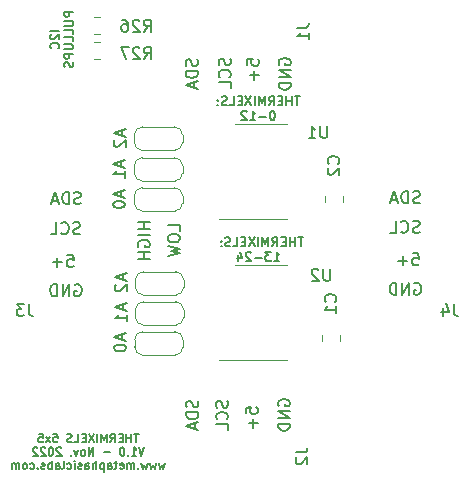
<source format=gbr>
%TF.GenerationSoftware,KiCad,Pcbnew,(6.0.1)*%
%TF.CreationDate,2022-11-17T20:37:07-05:00*%
%TF.ProjectId,ThermixelGrid,54686572-6d69-4786-956c-477269642e6b,rev?*%
%TF.SameCoordinates,Original*%
%TF.FileFunction,Legend,Bot*%
%TF.FilePolarity,Positive*%
%FSLAX46Y46*%
G04 Gerber Fmt 4.6, Leading zero omitted, Abs format (unit mm)*
G04 Created by KiCad (PCBNEW (6.0.1)) date 2022-11-17 20:37:07*
%MOMM*%
%LPD*%
G01*
G04 APERTURE LIST*
%ADD10C,0.150000*%
%ADD11C,0.120000*%
G04 APERTURE END LIST*
D10*
X5630952Y-20952380D02*
X6107142Y-20952380D01*
X6154761Y-21428571D01*
X6107142Y-21380952D01*
X6011904Y-21333333D01*
X5773809Y-21333333D01*
X5678571Y-21380952D01*
X5630952Y-21428571D01*
X5583333Y-21523809D01*
X5583333Y-21761904D01*
X5630952Y-21857142D01*
X5678571Y-21904761D01*
X5773809Y-21952380D01*
X6011904Y-21952380D01*
X6107142Y-21904761D01*
X6154761Y-21857142D01*
X5154761Y-21571428D02*
X4392857Y-21571428D01*
X4773809Y-21952380D02*
X4773809Y-21190476D01*
X19390761Y-4333523D02*
X19438380Y-4476380D01*
X19438380Y-4714476D01*
X19390761Y-4809714D01*
X19343142Y-4857333D01*
X19247904Y-4904952D01*
X19152666Y-4904952D01*
X19057428Y-4857333D01*
X19009809Y-4809714D01*
X18962190Y-4714476D01*
X18914571Y-4524000D01*
X18866952Y-4428761D01*
X18819333Y-4381142D01*
X18724095Y-4333523D01*
X18628857Y-4333523D01*
X18533619Y-4381142D01*
X18486000Y-4428761D01*
X18438380Y-4524000D01*
X18438380Y-4762095D01*
X18486000Y-4904952D01*
X19343142Y-5904952D02*
X19390761Y-5857333D01*
X19438380Y-5714476D01*
X19438380Y-5619238D01*
X19390761Y-5476380D01*
X19295523Y-5381142D01*
X19200285Y-5333523D01*
X19009809Y-5285904D01*
X18866952Y-5285904D01*
X18676476Y-5333523D01*
X18581238Y-5381142D01*
X18486000Y-5476380D01*
X18438380Y-5619238D01*
X18438380Y-5714476D01*
X18486000Y-5857333D01*
X18533619Y-5904952D01*
X19438380Y-6809714D02*
X19438380Y-6333523D01*
X18438380Y-6333523D01*
X20827380Y-4889047D02*
X20827380Y-4412857D01*
X21303571Y-4365238D01*
X21255952Y-4412857D01*
X21208333Y-4508095D01*
X21208333Y-4746190D01*
X21255952Y-4841428D01*
X21303571Y-4889047D01*
X21398809Y-4936666D01*
X21636904Y-4936666D01*
X21732142Y-4889047D01*
X21779761Y-4841428D01*
X21827380Y-4746190D01*
X21827380Y-4508095D01*
X21779761Y-4412857D01*
X21732142Y-4365238D01*
X21446428Y-5365238D02*
X21446428Y-6127142D01*
X21827380Y-5746190D02*
X21065476Y-5746190D01*
X16596761Y-4410714D02*
X16644380Y-4553571D01*
X16644380Y-4791666D01*
X16596761Y-4886904D01*
X16549142Y-4934523D01*
X16453904Y-4982142D01*
X16358666Y-4982142D01*
X16263428Y-4934523D01*
X16215809Y-4886904D01*
X16168190Y-4791666D01*
X16120571Y-4601190D01*
X16072952Y-4505952D01*
X16025333Y-4458333D01*
X15930095Y-4410714D01*
X15834857Y-4410714D01*
X15739619Y-4458333D01*
X15692000Y-4505952D01*
X15644380Y-4601190D01*
X15644380Y-4839285D01*
X15692000Y-4982142D01*
X16644380Y-5410714D02*
X15644380Y-5410714D01*
X15644380Y-5648809D01*
X15692000Y-5791666D01*
X15787238Y-5886904D01*
X15882476Y-5934523D01*
X16072952Y-5982142D01*
X16215809Y-5982142D01*
X16406285Y-5934523D01*
X16501523Y-5886904D01*
X16596761Y-5791666D01*
X16644380Y-5648809D01*
X16644380Y-5410714D01*
X16358666Y-6363095D02*
X16358666Y-6839285D01*
X16644380Y-6267857D02*
X15644380Y-6601190D01*
X16644380Y-6934523D01*
X23566000Y-4863095D02*
X23518380Y-4767857D01*
X23518380Y-4625000D01*
X23566000Y-4482142D01*
X23661238Y-4386904D01*
X23756476Y-4339285D01*
X23946952Y-4291666D01*
X24089809Y-4291666D01*
X24280285Y-4339285D01*
X24375523Y-4386904D01*
X24470761Y-4482142D01*
X24518380Y-4625000D01*
X24518380Y-4720238D01*
X24470761Y-4863095D01*
X24423142Y-4910714D01*
X24089809Y-4910714D01*
X24089809Y-4720238D01*
X24518380Y-5339285D02*
X23518380Y-5339285D01*
X24518380Y-5910714D01*
X23518380Y-5910714D01*
X24518380Y-6386904D02*
X23518380Y-6386904D01*
X23518380Y-6625000D01*
X23566000Y-6767857D01*
X23661238Y-6863095D01*
X23756476Y-6910714D01*
X23946952Y-6958333D01*
X24089809Y-6958333D01*
X24280285Y-6910714D01*
X24375523Y-6863095D01*
X24470761Y-6767857D01*
X24518380Y-6625000D01*
X24518380Y-6386904D01*
X12593580Y-18213580D02*
X11593580Y-18213580D01*
X12069771Y-18213580D02*
X12069771Y-18785009D01*
X12593580Y-18785009D02*
X11593580Y-18785009D01*
X12593580Y-19261200D02*
X11593580Y-19261200D01*
X11641200Y-20261200D02*
X11593580Y-20165961D01*
X11593580Y-20023104D01*
X11641200Y-19880247D01*
X11736438Y-19785009D01*
X11831676Y-19737390D01*
X12022152Y-19689771D01*
X12165009Y-19689771D01*
X12355485Y-19737390D01*
X12450723Y-19785009D01*
X12545961Y-19880247D01*
X12593580Y-20023104D01*
X12593580Y-20118342D01*
X12545961Y-20261200D01*
X12498342Y-20308819D01*
X12165009Y-20308819D01*
X12165009Y-20118342D01*
X12593580Y-20737390D02*
X11593580Y-20737390D01*
X12069771Y-20737390D02*
X12069771Y-21308819D01*
X12593580Y-21308819D02*
X11593580Y-21308819D01*
X4917135Y-1960257D02*
X4167135Y-1960257D01*
X4238564Y-2281685D02*
X4202850Y-2317400D01*
X4167135Y-2388828D01*
X4167135Y-2567400D01*
X4202850Y-2638828D01*
X4238564Y-2674542D01*
X4309992Y-2710257D01*
X4381421Y-2710257D01*
X4488564Y-2674542D01*
X4917135Y-2245971D01*
X4917135Y-2710257D01*
X4845707Y-3460257D02*
X4881421Y-3424542D01*
X4917135Y-3317399D01*
X4917135Y-3245971D01*
X4881421Y-3138828D01*
X4809992Y-3067400D01*
X4738564Y-3031685D01*
X4595707Y-2995971D01*
X4488564Y-2995971D01*
X4345707Y-3031685D01*
X4274278Y-3067400D01*
X4202850Y-3138828D01*
X4167135Y-3245971D01*
X4167135Y-3317399D01*
X4202850Y-3424542D01*
X4238564Y-3460257D01*
X6124635Y-370971D02*
X5374635Y-370971D01*
X5374635Y-656685D01*
X5410350Y-728114D01*
X5446064Y-763828D01*
X5517492Y-799542D01*
X5624635Y-799542D01*
X5696064Y-763828D01*
X5731778Y-728114D01*
X5767492Y-656685D01*
X5767492Y-370971D01*
X5374635Y-1120971D02*
X5981778Y-1120971D01*
X6053207Y-1156685D01*
X6088921Y-1192400D01*
X6124635Y-1263828D01*
X6124635Y-1406685D01*
X6088921Y-1478114D01*
X6053207Y-1513828D01*
X5981778Y-1549542D01*
X5374635Y-1549542D01*
X6124635Y-2263828D02*
X6124635Y-1906685D01*
X5374635Y-1906685D01*
X6124635Y-2870971D02*
X6124635Y-2513828D01*
X5374635Y-2513828D01*
X5374635Y-3120971D02*
X5981778Y-3120971D01*
X6053207Y-3156685D01*
X6088921Y-3192400D01*
X6124635Y-3263828D01*
X6124635Y-3406685D01*
X6088921Y-3478114D01*
X6053207Y-3513828D01*
X5981778Y-3549542D01*
X5374635Y-3549542D01*
X6124635Y-3906685D02*
X5374635Y-3906685D01*
X5374635Y-4192400D01*
X5410350Y-4263828D01*
X5446064Y-4299542D01*
X5517492Y-4335257D01*
X5624635Y-4335257D01*
X5696064Y-4299542D01*
X5731778Y-4263828D01*
X5767492Y-4192400D01*
X5767492Y-3906685D01*
X6088921Y-4620971D02*
X6124635Y-4728114D01*
X6124635Y-4906685D01*
X6088921Y-4978114D01*
X6053207Y-5013828D01*
X5981778Y-5049542D01*
X5910350Y-5049542D01*
X5838921Y-5013828D01*
X5803207Y-4978114D01*
X5767492Y-4906685D01*
X5731778Y-4763828D01*
X5696064Y-4692400D01*
X5660350Y-4656685D01*
X5588921Y-4620971D01*
X5517492Y-4620971D01*
X5446064Y-4656685D01*
X5410350Y-4692400D01*
X5374635Y-4763828D01*
X5374635Y-4942400D01*
X5410350Y-5049542D01*
X11658333Y-36114666D02*
X11258333Y-36114666D01*
X11458333Y-36814666D02*
X11458333Y-36114666D01*
X11025000Y-36814666D02*
X11025000Y-36114666D01*
X11025000Y-36448000D02*
X10625000Y-36448000D01*
X10625000Y-36814666D02*
X10625000Y-36114666D01*
X10291666Y-36448000D02*
X10058333Y-36448000D01*
X9958333Y-36814666D02*
X10291666Y-36814666D01*
X10291666Y-36114666D01*
X9958333Y-36114666D01*
X9258333Y-36814666D02*
X9491666Y-36481333D01*
X9658333Y-36814666D02*
X9658333Y-36114666D01*
X9391666Y-36114666D01*
X9325000Y-36148000D01*
X9291666Y-36181333D01*
X9258333Y-36248000D01*
X9258333Y-36348000D01*
X9291666Y-36414666D01*
X9325000Y-36448000D01*
X9391666Y-36481333D01*
X9658333Y-36481333D01*
X8958333Y-36814666D02*
X8958333Y-36114666D01*
X8725000Y-36614666D01*
X8491666Y-36114666D01*
X8491666Y-36814666D01*
X8158333Y-36814666D02*
X8158333Y-36114666D01*
X7891666Y-36114666D02*
X7425000Y-36814666D01*
X7425000Y-36114666D02*
X7891666Y-36814666D01*
X7158333Y-36448000D02*
X6925000Y-36448000D01*
X6825000Y-36814666D02*
X7158333Y-36814666D01*
X7158333Y-36114666D01*
X6825000Y-36114666D01*
X6191666Y-36814666D02*
X6525000Y-36814666D01*
X6525000Y-36114666D01*
X5991666Y-36781333D02*
X5891666Y-36814666D01*
X5725000Y-36814666D01*
X5658333Y-36781333D01*
X5625000Y-36748000D01*
X5591666Y-36681333D01*
X5591666Y-36614666D01*
X5625000Y-36548000D01*
X5658333Y-36514666D01*
X5725000Y-36481333D01*
X5858333Y-36448000D01*
X5925000Y-36414666D01*
X5958333Y-36381333D01*
X5991666Y-36314666D01*
X5991666Y-36248000D01*
X5958333Y-36181333D01*
X5925000Y-36148000D01*
X5858333Y-36114666D01*
X5691666Y-36114666D01*
X5591666Y-36148000D01*
X4425000Y-36114666D02*
X4758333Y-36114666D01*
X4791666Y-36448000D01*
X4758333Y-36414666D01*
X4691666Y-36381333D01*
X4525000Y-36381333D01*
X4458333Y-36414666D01*
X4425000Y-36448000D01*
X4391666Y-36514666D01*
X4391666Y-36681333D01*
X4425000Y-36748000D01*
X4458333Y-36781333D01*
X4525000Y-36814666D01*
X4691666Y-36814666D01*
X4758333Y-36781333D01*
X4791666Y-36748000D01*
X4158333Y-36814666D02*
X3791666Y-36348000D01*
X4158333Y-36348000D02*
X3791666Y-36814666D01*
X3191666Y-36114666D02*
X3525000Y-36114666D01*
X3558333Y-36448000D01*
X3525000Y-36414666D01*
X3458333Y-36381333D01*
X3291666Y-36381333D01*
X3225000Y-36414666D01*
X3191666Y-36448000D01*
X3158333Y-36514666D01*
X3158333Y-36681333D01*
X3191666Y-36748000D01*
X3225000Y-36781333D01*
X3291666Y-36814666D01*
X3458333Y-36814666D01*
X3525000Y-36781333D01*
X3558333Y-36748000D01*
X12125000Y-37241666D02*
X11891666Y-37941666D01*
X11658333Y-37241666D01*
X11058333Y-37941666D02*
X11458333Y-37941666D01*
X11258333Y-37941666D02*
X11258333Y-37241666D01*
X11325000Y-37341666D01*
X11391666Y-37408333D01*
X11458333Y-37441666D01*
X10758333Y-37875000D02*
X10725000Y-37908333D01*
X10758333Y-37941666D01*
X10791666Y-37908333D01*
X10758333Y-37875000D01*
X10758333Y-37941666D01*
X10291666Y-37241666D02*
X10225000Y-37241666D01*
X10158333Y-37275000D01*
X10125000Y-37308333D01*
X10091666Y-37375000D01*
X10058333Y-37508333D01*
X10058333Y-37675000D01*
X10091666Y-37808333D01*
X10125000Y-37875000D01*
X10158333Y-37908333D01*
X10225000Y-37941666D01*
X10291666Y-37941666D01*
X10358333Y-37908333D01*
X10391666Y-37875000D01*
X10425000Y-37808333D01*
X10458333Y-37675000D01*
X10458333Y-37508333D01*
X10425000Y-37375000D01*
X10391666Y-37308333D01*
X10358333Y-37275000D01*
X10291666Y-37241666D01*
X9225000Y-37675000D02*
X8691666Y-37675000D01*
X7825000Y-37941666D02*
X7825000Y-37241666D01*
X7425000Y-37941666D01*
X7425000Y-37241666D01*
X6991666Y-37941666D02*
X7058333Y-37908333D01*
X7091666Y-37875000D01*
X7125000Y-37808333D01*
X7125000Y-37608333D01*
X7091666Y-37541666D01*
X7058333Y-37508333D01*
X6991666Y-37475000D01*
X6891666Y-37475000D01*
X6825000Y-37508333D01*
X6791666Y-37541666D01*
X6758333Y-37608333D01*
X6758333Y-37808333D01*
X6791666Y-37875000D01*
X6825000Y-37908333D01*
X6891666Y-37941666D01*
X6991666Y-37941666D01*
X6525000Y-37475000D02*
X6358333Y-37941666D01*
X6191666Y-37475000D01*
X5925000Y-37875000D02*
X5891666Y-37908333D01*
X5925000Y-37941666D01*
X5958333Y-37908333D01*
X5925000Y-37875000D01*
X5925000Y-37941666D01*
X5091666Y-37308333D02*
X5058333Y-37275000D01*
X4991666Y-37241666D01*
X4825000Y-37241666D01*
X4758333Y-37275000D01*
X4725000Y-37308333D01*
X4691666Y-37375000D01*
X4691666Y-37441666D01*
X4725000Y-37541666D01*
X5125000Y-37941666D01*
X4691666Y-37941666D01*
X4258333Y-37241666D02*
X4191666Y-37241666D01*
X4125000Y-37275000D01*
X4091666Y-37308333D01*
X4058333Y-37375000D01*
X4025000Y-37508333D01*
X4025000Y-37675000D01*
X4058333Y-37808333D01*
X4091666Y-37875000D01*
X4125000Y-37908333D01*
X4191666Y-37941666D01*
X4258333Y-37941666D01*
X4325000Y-37908333D01*
X4358333Y-37875000D01*
X4391666Y-37808333D01*
X4425000Y-37675000D01*
X4425000Y-37508333D01*
X4391666Y-37375000D01*
X4358333Y-37308333D01*
X4325000Y-37275000D01*
X4258333Y-37241666D01*
X3758333Y-37308333D02*
X3725000Y-37275000D01*
X3658333Y-37241666D01*
X3491666Y-37241666D01*
X3425000Y-37275000D01*
X3391666Y-37308333D01*
X3358333Y-37375000D01*
X3358333Y-37441666D01*
X3391666Y-37541666D01*
X3791666Y-37941666D01*
X3358333Y-37941666D01*
X3091666Y-37308333D02*
X3058333Y-37275000D01*
X2991666Y-37241666D01*
X2825000Y-37241666D01*
X2758333Y-37275000D01*
X2725000Y-37308333D01*
X2691666Y-37375000D01*
X2691666Y-37441666D01*
X2725000Y-37541666D01*
X3125000Y-37941666D01*
X2691666Y-37941666D01*
X13875000Y-38602000D02*
X13741666Y-39068666D01*
X13608333Y-38735333D01*
X13475000Y-39068666D01*
X13341666Y-38602000D01*
X13141666Y-38602000D02*
X13008333Y-39068666D01*
X12875000Y-38735333D01*
X12741666Y-39068666D01*
X12608333Y-38602000D01*
X12408333Y-38602000D02*
X12274999Y-39068666D01*
X12141666Y-38735333D01*
X12008333Y-39068666D01*
X11874999Y-38602000D01*
X11608333Y-39002000D02*
X11574999Y-39035333D01*
X11608333Y-39068666D01*
X11641666Y-39035333D01*
X11608333Y-39002000D01*
X11608333Y-39068666D01*
X11274999Y-39068666D02*
X11274999Y-38602000D01*
X11274999Y-38668666D02*
X11241666Y-38635333D01*
X11174999Y-38602000D01*
X11074999Y-38602000D01*
X11008333Y-38635333D01*
X10974999Y-38702000D01*
X10974999Y-39068666D01*
X10974999Y-38702000D02*
X10941666Y-38635333D01*
X10874999Y-38602000D01*
X10774999Y-38602000D01*
X10708333Y-38635333D01*
X10674999Y-38702000D01*
X10674999Y-39068666D01*
X10074999Y-39035333D02*
X10141666Y-39068666D01*
X10274999Y-39068666D01*
X10341666Y-39035333D01*
X10374999Y-38968666D01*
X10374999Y-38702000D01*
X10341666Y-38635333D01*
X10274999Y-38602000D01*
X10141666Y-38602000D01*
X10074999Y-38635333D01*
X10041666Y-38702000D01*
X10041666Y-38768666D01*
X10374999Y-38835333D01*
X9841666Y-38602000D02*
X9574999Y-38602000D01*
X9741666Y-38368666D02*
X9741666Y-38968666D01*
X9708333Y-39035333D01*
X9641666Y-39068666D01*
X9574999Y-39068666D01*
X9041666Y-39068666D02*
X9041666Y-38702000D01*
X9074999Y-38635333D01*
X9141666Y-38602000D01*
X9274999Y-38602000D01*
X9341666Y-38635333D01*
X9041666Y-39035333D02*
X9108333Y-39068666D01*
X9274999Y-39068666D01*
X9341666Y-39035333D01*
X9374999Y-38968666D01*
X9374999Y-38902000D01*
X9341666Y-38835333D01*
X9274999Y-38802000D01*
X9108333Y-38802000D01*
X9041666Y-38768666D01*
X8708333Y-38602000D02*
X8708333Y-39302000D01*
X8708333Y-38635333D02*
X8641666Y-38602000D01*
X8508333Y-38602000D01*
X8441666Y-38635333D01*
X8408333Y-38668666D01*
X8374999Y-38735333D01*
X8374999Y-38935333D01*
X8408333Y-39002000D01*
X8441666Y-39035333D01*
X8508333Y-39068666D01*
X8641666Y-39068666D01*
X8708333Y-39035333D01*
X8074999Y-39068666D02*
X8074999Y-38368666D01*
X7774999Y-39068666D02*
X7774999Y-38702000D01*
X7808333Y-38635333D01*
X7874999Y-38602000D01*
X7974999Y-38602000D01*
X8041666Y-38635333D01*
X8074999Y-38668666D01*
X7141666Y-39068666D02*
X7141666Y-38702000D01*
X7174999Y-38635333D01*
X7241666Y-38602000D01*
X7374999Y-38602000D01*
X7441666Y-38635333D01*
X7141666Y-39035333D02*
X7208333Y-39068666D01*
X7374999Y-39068666D01*
X7441666Y-39035333D01*
X7474999Y-38968666D01*
X7474999Y-38902000D01*
X7441666Y-38835333D01*
X7374999Y-38802000D01*
X7208333Y-38802000D01*
X7141666Y-38768666D01*
X6841666Y-39035333D02*
X6774999Y-39068666D01*
X6641666Y-39068666D01*
X6574999Y-39035333D01*
X6541666Y-38968666D01*
X6541666Y-38935333D01*
X6574999Y-38868666D01*
X6641666Y-38835333D01*
X6741666Y-38835333D01*
X6808333Y-38802000D01*
X6841666Y-38735333D01*
X6841666Y-38702000D01*
X6808333Y-38635333D01*
X6741666Y-38602000D01*
X6641666Y-38602000D01*
X6574999Y-38635333D01*
X6241666Y-39068666D02*
X6241666Y-38602000D01*
X6241666Y-38368666D02*
X6274999Y-38402000D01*
X6241666Y-38435333D01*
X6208333Y-38402000D01*
X6241666Y-38368666D01*
X6241666Y-38435333D01*
X5608333Y-39035333D02*
X5674999Y-39068666D01*
X5808333Y-39068666D01*
X5874999Y-39035333D01*
X5908333Y-39002000D01*
X5941666Y-38935333D01*
X5941666Y-38735333D01*
X5908333Y-38668666D01*
X5874999Y-38635333D01*
X5808333Y-38602000D01*
X5674999Y-38602000D01*
X5608333Y-38635333D01*
X5208333Y-39068666D02*
X5274999Y-39035333D01*
X5308333Y-38968666D01*
X5308333Y-38368666D01*
X4641666Y-39068666D02*
X4641666Y-38702000D01*
X4674999Y-38635333D01*
X4741666Y-38602000D01*
X4874999Y-38602000D01*
X4941666Y-38635333D01*
X4641666Y-39035333D02*
X4708333Y-39068666D01*
X4874999Y-39068666D01*
X4941666Y-39035333D01*
X4974999Y-38968666D01*
X4974999Y-38902000D01*
X4941666Y-38835333D01*
X4874999Y-38802000D01*
X4708333Y-38802000D01*
X4641666Y-38768666D01*
X4308333Y-39068666D02*
X4308333Y-38368666D01*
X4308333Y-38635333D02*
X4241666Y-38602000D01*
X4108333Y-38602000D01*
X4041666Y-38635333D01*
X4008333Y-38668666D01*
X3974999Y-38735333D01*
X3974999Y-38935333D01*
X4008333Y-39002000D01*
X4041666Y-39035333D01*
X4108333Y-39068666D01*
X4241666Y-39068666D01*
X4308333Y-39035333D01*
X3708333Y-39035333D02*
X3641666Y-39068666D01*
X3508333Y-39068666D01*
X3441666Y-39035333D01*
X3408333Y-38968666D01*
X3408333Y-38935333D01*
X3441666Y-38868666D01*
X3508333Y-38835333D01*
X3608333Y-38835333D01*
X3674999Y-38802000D01*
X3708333Y-38735333D01*
X3708333Y-38702000D01*
X3674999Y-38635333D01*
X3608333Y-38602000D01*
X3508333Y-38602000D01*
X3441666Y-38635333D01*
X3108333Y-39002000D02*
X3074999Y-39035333D01*
X3108333Y-39068666D01*
X3141666Y-39035333D01*
X3108333Y-39002000D01*
X3108333Y-39068666D01*
X2474999Y-39035333D02*
X2541666Y-39068666D01*
X2674999Y-39068666D01*
X2741666Y-39035333D01*
X2774999Y-39002000D01*
X2808333Y-38935333D01*
X2808333Y-38735333D01*
X2774999Y-38668666D01*
X2741666Y-38635333D01*
X2674999Y-38602000D01*
X2541666Y-38602000D01*
X2474999Y-38635333D01*
X2074999Y-39068666D02*
X2141666Y-39035333D01*
X2174999Y-39002000D01*
X2208333Y-38935333D01*
X2208333Y-38735333D01*
X2174999Y-38668666D01*
X2141666Y-38635333D01*
X2074999Y-38602000D01*
X1974999Y-38602000D01*
X1908333Y-38635333D01*
X1874999Y-38668666D01*
X1841666Y-38735333D01*
X1841666Y-38935333D01*
X1874999Y-39002000D01*
X1908333Y-39035333D01*
X1974999Y-39068666D01*
X2074999Y-39068666D01*
X1541666Y-39068666D02*
X1541666Y-38602000D01*
X1541666Y-38668666D02*
X1508333Y-38635333D01*
X1441666Y-38602000D01*
X1341666Y-38602000D01*
X1274999Y-38635333D01*
X1241666Y-38702000D01*
X1241666Y-39068666D01*
X1241666Y-38702000D02*
X1208333Y-38635333D01*
X1141666Y-38602000D01*
X1041666Y-38602000D01*
X974999Y-38635333D01*
X941666Y-38702000D01*
X941666Y-39068666D01*
X35464285Y-16529761D02*
X35321428Y-16577380D01*
X35083333Y-16577380D01*
X34988095Y-16529761D01*
X34940476Y-16482142D01*
X34892857Y-16386904D01*
X34892857Y-16291666D01*
X34940476Y-16196428D01*
X34988095Y-16148809D01*
X35083333Y-16101190D01*
X35273809Y-16053571D01*
X35369047Y-16005952D01*
X35416666Y-15958333D01*
X35464285Y-15863095D01*
X35464285Y-15767857D01*
X35416666Y-15672619D01*
X35369047Y-15625000D01*
X35273809Y-15577380D01*
X35035714Y-15577380D01*
X34892857Y-15625000D01*
X34464285Y-16577380D02*
X34464285Y-15577380D01*
X34226190Y-15577380D01*
X34083333Y-15625000D01*
X33988095Y-15720238D01*
X33940476Y-15815476D01*
X33892857Y-16005952D01*
X33892857Y-16148809D01*
X33940476Y-16339285D01*
X33988095Y-16434523D01*
X34083333Y-16529761D01*
X34226190Y-16577380D01*
X34464285Y-16577380D01*
X33511904Y-16291666D02*
X33035714Y-16291666D01*
X33607142Y-16577380D02*
X33273809Y-15577380D01*
X32940476Y-16577380D01*
X23500000Y-33738095D02*
X23452380Y-33642857D01*
X23452380Y-33500000D01*
X23500000Y-33357142D01*
X23595238Y-33261904D01*
X23690476Y-33214285D01*
X23880952Y-33166666D01*
X24023809Y-33166666D01*
X24214285Y-33214285D01*
X24309523Y-33261904D01*
X24404761Y-33357142D01*
X24452380Y-33500000D01*
X24452380Y-33595238D01*
X24404761Y-33738095D01*
X24357142Y-33785714D01*
X24023809Y-33785714D01*
X24023809Y-33595238D01*
X24452380Y-34214285D02*
X23452380Y-34214285D01*
X24452380Y-34785714D01*
X23452380Y-34785714D01*
X24452380Y-35261904D02*
X23452380Y-35261904D01*
X23452380Y-35500000D01*
X23500000Y-35642857D01*
X23595238Y-35738095D01*
X23690476Y-35785714D01*
X23880952Y-35833333D01*
X24023809Y-35833333D01*
X24214285Y-35785714D01*
X24309523Y-35738095D01*
X24404761Y-35642857D01*
X24452380Y-35500000D01*
X24452380Y-35261904D01*
X35440476Y-19029761D02*
X35297619Y-19077380D01*
X35059523Y-19077380D01*
X34964285Y-19029761D01*
X34916666Y-18982142D01*
X34869047Y-18886904D01*
X34869047Y-18791666D01*
X34916666Y-18696428D01*
X34964285Y-18648809D01*
X35059523Y-18601190D01*
X35250000Y-18553571D01*
X35345238Y-18505952D01*
X35392857Y-18458333D01*
X35440476Y-18363095D01*
X35440476Y-18267857D01*
X35392857Y-18172619D01*
X35345238Y-18125000D01*
X35250000Y-18077380D01*
X35011904Y-18077380D01*
X34869047Y-18125000D01*
X33869047Y-18982142D02*
X33916666Y-19029761D01*
X34059523Y-19077380D01*
X34154761Y-19077380D01*
X34297619Y-19029761D01*
X34392857Y-18934523D01*
X34440476Y-18839285D01*
X34488095Y-18648809D01*
X34488095Y-18505952D01*
X34440476Y-18315476D01*
X34392857Y-18220238D01*
X34297619Y-18125000D01*
X34154761Y-18077380D01*
X34059523Y-18077380D01*
X33916666Y-18125000D01*
X33869047Y-18172619D01*
X32964285Y-19077380D02*
X33440476Y-19077380D01*
X33440476Y-18077380D01*
X6690476Y-19154761D02*
X6547619Y-19202380D01*
X6309523Y-19202380D01*
X6214285Y-19154761D01*
X6166666Y-19107142D01*
X6119047Y-19011904D01*
X6119047Y-18916666D01*
X6166666Y-18821428D01*
X6214285Y-18773809D01*
X6309523Y-18726190D01*
X6500000Y-18678571D01*
X6595238Y-18630952D01*
X6642857Y-18583333D01*
X6690476Y-18488095D01*
X6690476Y-18392857D01*
X6642857Y-18297619D01*
X6595238Y-18250000D01*
X6500000Y-18202380D01*
X6261904Y-18202380D01*
X6119047Y-18250000D01*
X5119047Y-19107142D02*
X5166666Y-19154761D01*
X5309523Y-19202380D01*
X5404761Y-19202380D01*
X5547619Y-19154761D01*
X5642857Y-19059523D01*
X5690476Y-18964285D01*
X5738095Y-18773809D01*
X5738095Y-18630952D01*
X5690476Y-18440476D01*
X5642857Y-18345238D01*
X5547619Y-18250000D01*
X5404761Y-18202380D01*
X5309523Y-18202380D01*
X5166666Y-18250000D01*
X5119047Y-18297619D01*
X4214285Y-19202380D02*
X4690476Y-19202380D01*
X4690476Y-18202380D01*
X19154761Y-33309523D02*
X19202380Y-33452380D01*
X19202380Y-33690476D01*
X19154761Y-33785714D01*
X19107142Y-33833333D01*
X19011904Y-33880952D01*
X18916666Y-33880952D01*
X18821428Y-33833333D01*
X18773809Y-33785714D01*
X18726190Y-33690476D01*
X18678571Y-33500000D01*
X18630952Y-33404761D01*
X18583333Y-33357142D01*
X18488095Y-33309523D01*
X18392857Y-33309523D01*
X18297619Y-33357142D01*
X18250000Y-33404761D01*
X18202380Y-33500000D01*
X18202380Y-33738095D01*
X18250000Y-33880952D01*
X19107142Y-34880952D02*
X19154761Y-34833333D01*
X19202380Y-34690476D01*
X19202380Y-34595238D01*
X19154761Y-34452380D01*
X19059523Y-34357142D01*
X18964285Y-34309523D01*
X18773809Y-34261904D01*
X18630952Y-34261904D01*
X18440476Y-34309523D01*
X18345238Y-34357142D01*
X18250000Y-34452380D01*
X18202380Y-34595238D01*
X18202380Y-34690476D01*
X18250000Y-34833333D01*
X18297619Y-34880952D01*
X19202380Y-35785714D02*
X19202380Y-35309523D01*
X18202380Y-35309523D01*
X6738285Y-16596761D02*
X6595428Y-16644380D01*
X6357333Y-16644380D01*
X6262095Y-16596761D01*
X6214476Y-16549142D01*
X6166857Y-16453904D01*
X6166857Y-16358666D01*
X6214476Y-16263428D01*
X6262095Y-16215809D01*
X6357333Y-16168190D01*
X6547809Y-16120571D01*
X6643047Y-16072952D01*
X6690666Y-16025333D01*
X6738285Y-15930095D01*
X6738285Y-15834857D01*
X6690666Y-15739619D01*
X6643047Y-15692000D01*
X6547809Y-15644380D01*
X6309714Y-15644380D01*
X6166857Y-15692000D01*
X5738285Y-16644380D02*
X5738285Y-15644380D01*
X5500190Y-15644380D01*
X5357333Y-15692000D01*
X5262095Y-15787238D01*
X5214476Y-15882476D01*
X5166857Y-16072952D01*
X5166857Y-16215809D01*
X5214476Y-16406285D01*
X5262095Y-16501523D01*
X5357333Y-16596761D01*
X5500190Y-16644380D01*
X5738285Y-16644380D01*
X4785904Y-16358666D02*
X4309714Y-16358666D01*
X4881142Y-16644380D02*
X4547809Y-15644380D01*
X4214476Y-16644380D01*
X34860952Y-20827380D02*
X35337142Y-20827380D01*
X35384761Y-21303571D01*
X35337142Y-21255952D01*
X35241904Y-21208333D01*
X35003809Y-21208333D01*
X34908571Y-21255952D01*
X34860952Y-21303571D01*
X34813333Y-21398809D01*
X34813333Y-21636904D01*
X34860952Y-21732142D01*
X34908571Y-21779761D01*
X35003809Y-21827380D01*
X35241904Y-21827380D01*
X35337142Y-21779761D01*
X35384761Y-21732142D01*
X34384761Y-21446428D02*
X33622857Y-21446428D01*
X34003809Y-21827380D02*
X34003809Y-21065476D01*
X15133580Y-18924685D02*
X15133580Y-18448495D01*
X14133580Y-18448495D01*
X14133580Y-19448495D02*
X14133580Y-19638971D01*
X14181200Y-19734209D01*
X14276438Y-19829447D01*
X14466914Y-19877066D01*
X14800247Y-19877066D01*
X14990723Y-19829447D01*
X15085961Y-19734209D01*
X15133580Y-19638971D01*
X15133580Y-19448495D01*
X15085961Y-19353257D01*
X14990723Y-19258019D01*
X14800247Y-19210400D01*
X14466914Y-19210400D01*
X14276438Y-19258019D01*
X14181200Y-19353257D01*
X14133580Y-19448495D01*
X14133580Y-20210400D02*
X15133580Y-20448495D01*
X14419295Y-20638971D01*
X15133580Y-20829447D01*
X14133580Y-21067542D01*
X20724380Y-34369047D02*
X20724380Y-33892857D01*
X21200571Y-33845238D01*
X21152952Y-33892857D01*
X21105333Y-33988095D01*
X21105333Y-34226190D01*
X21152952Y-34321428D01*
X21200571Y-34369047D01*
X21295809Y-34416666D01*
X21533904Y-34416666D01*
X21629142Y-34369047D01*
X21676761Y-34321428D01*
X21724380Y-34226190D01*
X21724380Y-33988095D01*
X21676761Y-33892857D01*
X21629142Y-33845238D01*
X21343428Y-34845238D02*
X21343428Y-35607142D01*
X21724380Y-35226190D02*
X20962476Y-35226190D01*
X25299714Y-7541304D02*
X24864285Y-7541304D01*
X25082000Y-8303304D02*
X25082000Y-7541304D01*
X24610285Y-8303304D02*
X24610285Y-7541304D01*
X24610285Y-7904161D02*
X24174857Y-7904161D01*
X24174857Y-8303304D02*
X24174857Y-7541304D01*
X23812000Y-7904161D02*
X23558000Y-7904161D01*
X23449142Y-8303304D02*
X23812000Y-8303304D01*
X23812000Y-7541304D01*
X23449142Y-7541304D01*
X22687142Y-8303304D02*
X22941142Y-7940447D01*
X23122571Y-8303304D02*
X23122571Y-7541304D01*
X22832285Y-7541304D01*
X22759714Y-7577590D01*
X22723428Y-7613875D01*
X22687142Y-7686447D01*
X22687142Y-7795304D01*
X22723428Y-7867875D01*
X22759714Y-7904161D01*
X22832285Y-7940447D01*
X23122571Y-7940447D01*
X22360571Y-8303304D02*
X22360571Y-7541304D01*
X22106571Y-8085590D01*
X21852571Y-7541304D01*
X21852571Y-8303304D01*
X21489714Y-8303304D02*
X21489714Y-7541304D01*
X21199428Y-7541304D02*
X20691428Y-8303304D01*
X20691428Y-7541304D02*
X21199428Y-8303304D01*
X20401142Y-7904161D02*
X20147142Y-7904161D01*
X20038285Y-8303304D02*
X20401142Y-8303304D01*
X20401142Y-7541304D01*
X20038285Y-7541304D01*
X19348857Y-8303304D02*
X19711714Y-8303304D01*
X19711714Y-7541304D01*
X19131142Y-8267018D02*
X19022285Y-8303304D01*
X18840857Y-8303304D01*
X18768285Y-8267018D01*
X18732000Y-8230732D01*
X18695714Y-8158161D01*
X18695714Y-8085590D01*
X18732000Y-8013018D01*
X18768285Y-7976732D01*
X18840857Y-7940447D01*
X18986000Y-7904161D01*
X19058571Y-7867875D01*
X19094857Y-7831590D01*
X19131142Y-7759018D01*
X19131142Y-7686447D01*
X19094857Y-7613875D01*
X19058571Y-7577590D01*
X18986000Y-7541304D01*
X18804571Y-7541304D01*
X18695714Y-7577590D01*
X18369142Y-8230732D02*
X18332857Y-8267018D01*
X18369142Y-8303304D01*
X18405428Y-8267018D01*
X18369142Y-8230732D01*
X18369142Y-8303304D01*
X18369142Y-7831590D02*
X18332857Y-7867875D01*
X18369142Y-7904161D01*
X18405428Y-7867875D01*
X18369142Y-7831590D01*
X18369142Y-7904161D01*
X23013714Y-8768124D02*
X22941142Y-8768124D01*
X22868571Y-8804410D01*
X22832285Y-8840695D01*
X22796000Y-8913267D01*
X22759714Y-9058410D01*
X22759714Y-9239838D01*
X22796000Y-9384981D01*
X22832285Y-9457552D01*
X22868571Y-9493838D01*
X22941142Y-9530124D01*
X23013714Y-9530124D01*
X23086285Y-9493838D01*
X23122571Y-9457552D01*
X23158857Y-9384981D01*
X23195142Y-9239838D01*
X23195142Y-9058410D01*
X23158857Y-8913267D01*
X23122571Y-8840695D01*
X23086285Y-8804410D01*
X23013714Y-8768124D01*
X22433142Y-9239838D02*
X21852571Y-9239838D01*
X21090571Y-9530124D02*
X21526000Y-9530124D01*
X21308285Y-9530124D02*
X21308285Y-8768124D01*
X21380857Y-8876981D01*
X21453428Y-8949552D01*
X21526000Y-8985838D01*
X20800285Y-8840695D02*
X20764000Y-8804410D01*
X20691428Y-8768124D01*
X20510000Y-8768124D01*
X20437428Y-8804410D01*
X20401142Y-8840695D01*
X20364857Y-8913267D01*
X20364857Y-8985838D01*
X20401142Y-9094695D01*
X20836571Y-9530124D01*
X20364857Y-9530124D01*
X25590000Y-19479304D02*
X25154571Y-19479304D01*
X25372285Y-20241304D02*
X25372285Y-19479304D01*
X24900571Y-20241304D02*
X24900571Y-19479304D01*
X24900571Y-19842161D02*
X24465142Y-19842161D01*
X24465142Y-20241304D02*
X24465142Y-19479304D01*
X24102285Y-19842161D02*
X23848285Y-19842161D01*
X23739428Y-20241304D02*
X24102285Y-20241304D01*
X24102285Y-19479304D01*
X23739428Y-19479304D01*
X22977428Y-20241304D02*
X23231428Y-19878447D01*
X23412857Y-20241304D02*
X23412857Y-19479304D01*
X23122571Y-19479304D01*
X23050000Y-19515590D01*
X23013714Y-19551875D01*
X22977428Y-19624447D01*
X22977428Y-19733304D01*
X23013714Y-19805875D01*
X23050000Y-19842161D01*
X23122571Y-19878447D01*
X23412857Y-19878447D01*
X22650857Y-20241304D02*
X22650857Y-19479304D01*
X22396857Y-20023590D01*
X22142857Y-19479304D01*
X22142857Y-20241304D01*
X21780000Y-20241304D02*
X21780000Y-19479304D01*
X21489714Y-19479304D02*
X20981714Y-20241304D01*
X20981714Y-19479304D02*
X21489714Y-20241304D01*
X20691428Y-19842161D02*
X20437428Y-19842161D01*
X20328571Y-20241304D02*
X20691428Y-20241304D01*
X20691428Y-19479304D01*
X20328571Y-19479304D01*
X19639142Y-20241304D02*
X20002000Y-20241304D01*
X20002000Y-19479304D01*
X19421428Y-20205018D02*
X19312571Y-20241304D01*
X19131142Y-20241304D01*
X19058571Y-20205018D01*
X19022285Y-20168732D01*
X18986000Y-20096161D01*
X18986000Y-20023590D01*
X19022285Y-19951018D01*
X19058571Y-19914732D01*
X19131142Y-19878447D01*
X19276285Y-19842161D01*
X19348857Y-19805875D01*
X19385142Y-19769590D01*
X19421428Y-19697018D01*
X19421428Y-19624447D01*
X19385142Y-19551875D01*
X19348857Y-19515590D01*
X19276285Y-19479304D01*
X19094857Y-19479304D01*
X18986000Y-19515590D01*
X18659428Y-20168732D02*
X18623142Y-20205018D01*
X18659428Y-20241304D01*
X18695714Y-20205018D01*
X18659428Y-20168732D01*
X18659428Y-20241304D01*
X18659428Y-19769590D02*
X18623142Y-19805875D01*
X18659428Y-19842161D01*
X18695714Y-19805875D01*
X18659428Y-19769590D01*
X18659428Y-19842161D01*
X23122571Y-21468124D02*
X23558000Y-21468124D01*
X23340285Y-21468124D02*
X23340285Y-20706124D01*
X23412857Y-20814981D01*
X23485428Y-20887552D01*
X23558000Y-20923838D01*
X22868571Y-20706124D02*
X22396857Y-20706124D01*
X22650857Y-20996410D01*
X22542000Y-20996410D01*
X22469428Y-21032695D01*
X22433142Y-21068981D01*
X22396857Y-21141552D01*
X22396857Y-21322981D01*
X22433142Y-21395552D01*
X22469428Y-21431838D01*
X22542000Y-21468124D01*
X22759714Y-21468124D01*
X22832285Y-21431838D01*
X22868571Y-21395552D01*
X22070285Y-21177838D02*
X21489714Y-21177838D01*
X21163142Y-20778695D02*
X21126857Y-20742410D01*
X21054285Y-20706124D01*
X20872857Y-20706124D01*
X20800285Y-20742410D01*
X20764000Y-20778695D01*
X20727714Y-20851267D01*
X20727714Y-20923838D01*
X20764000Y-21032695D01*
X21199428Y-21468124D01*
X20727714Y-21468124D01*
X20074571Y-20960124D02*
X20074571Y-21468124D01*
X20256000Y-20669838D02*
X20437428Y-21214124D01*
X19965714Y-21214124D01*
X16654761Y-33285714D02*
X16702380Y-33428571D01*
X16702380Y-33666666D01*
X16654761Y-33761904D01*
X16607142Y-33809523D01*
X16511904Y-33857142D01*
X16416666Y-33857142D01*
X16321428Y-33809523D01*
X16273809Y-33761904D01*
X16226190Y-33666666D01*
X16178571Y-33476190D01*
X16130952Y-33380952D01*
X16083333Y-33333333D01*
X15988095Y-33285714D01*
X15892857Y-33285714D01*
X15797619Y-33333333D01*
X15750000Y-33380952D01*
X15702380Y-33476190D01*
X15702380Y-33714285D01*
X15750000Y-33857142D01*
X16702380Y-34285714D02*
X15702380Y-34285714D01*
X15702380Y-34523809D01*
X15750000Y-34666666D01*
X15845238Y-34761904D01*
X15940476Y-34809523D01*
X16130952Y-34857142D01*
X16273809Y-34857142D01*
X16464285Y-34809523D01*
X16559523Y-34761904D01*
X16654761Y-34666666D01*
X16702380Y-34523809D01*
X16702380Y-34285714D01*
X16416666Y-35238095D02*
X16416666Y-35714285D01*
X16702380Y-35142857D02*
X15702380Y-35476190D01*
X16702380Y-35809523D01*
X35011904Y-23375000D02*
X35107142Y-23327380D01*
X35250000Y-23327380D01*
X35392857Y-23375000D01*
X35488095Y-23470238D01*
X35535714Y-23565476D01*
X35583333Y-23755952D01*
X35583333Y-23898809D01*
X35535714Y-24089285D01*
X35488095Y-24184523D01*
X35392857Y-24279761D01*
X35250000Y-24327380D01*
X35154761Y-24327380D01*
X35011904Y-24279761D01*
X34964285Y-24232142D01*
X34964285Y-23898809D01*
X35154761Y-23898809D01*
X34535714Y-24327380D02*
X34535714Y-23327380D01*
X33964285Y-24327380D01*
X33964285Y-23327380D01*
X33488095Y-24327380D02*
X33488095Y-23327380D01*
X33250000Y-23327380D01*
X33107142Y-23375000D01*
X33011904Y-23470238D01*
X32964285Y-23565476D01*
X32916666Y-23755952D01*
X32916666Y-23898809D01*
X32964285Y-24089285D01*
X33011904Y-24184523D01*
X33107142Y-24279761D01*
X33250000Y-24327380D01*
X33488095Y-24327380D01*
X6261904Y-23500000D02*
X6357142Y-23452380D01*
X6500000Y-23452380D01*
X6642857Y-23500000D01*
X6738095Y-23595238D01*
X6785714Y-23690476D01*
X6833333Y-23880952D01*
X6833333Y-24023809D01*
X6785714Y-24214285D01*
X6738095Y-24309523D01*
X6642857Y-24404761D01*
X6500000Y-24452380D01*
X6404761Y-24452380D01*
X6261904Y-24404761D01*
X6214285Y-24357142D01*
X6214285Y-24023809D01*
X6404761Y-24023809D01*
X5785714Y-24452380D02*
X5785714Y-23452380D01*
X5214285Y-24452380D01*
X5214285Y-23452380D01*
X4738095Y-24452380D02*
X4738095Y-23452380D01*
X4500000Y-23452380D01*
X4357142Y-23500000D01*
X4261904Y-23595238D01*
X4214285Y-23690476D01*
X4166666Y-23880952D01*
X4166666Y-24023809D01*
X4214285Y-24214285D01*
X4261904Y-24309523D01*
X4357142Y-24404761D01*
X4500000Y-24452380D01*
X4738095Y-24452380D01*
%TO.C,J1*%
X25077380Y-1714666D02*
X25791666Y-1714666D01*
X25934523Y-1667047D01*
X26029761Y-1571809D01*
X26077380Y-1428952D01*
X26077380Y-1333714D01*
X26077380Y-2714666D02*
X26077380Y-2143238D01*
X26077380Y-2428952D02*
X25077380Y-2428952D01*
X25220238Y-2333714D01*
X25315476Y-2238476D01*
X25363095Y-2143238D01*
%TO.C,J2*%
X24952380Y-37666666D02*
X25666666Y-37666666D01*
X25809523Y-37619047D01*
X25904761Y-37523809D01*
X25952380Y-37380952D01*
X25952380Y-37285714D01*
X25047619Y-38095238D02*
X25000000Y-38142857D01*
X24952380Y-38238095D01*
X24952380Y-38476190D01*
X25000000Y-38571428D01*
X25047619Y-38619047D01*
X25142857Y-38666666D01*
X25238095Y-38666666D01*
X25380952Y-38619047D01*
X25952380Y-38047619D01*
X25952380Y-38666666D01*
%TO.C,J3*%
X2333333Y-25116380D02*
X2333333Y-25830666D01*
X2380952Y-25973523D01*
X2476190Y-26068761D01*
X2619047Y-26116380D01*
X2714285Y-26116380D01*
X1952380Y-25116380D02*
X1333333Y-25116380D01*
X1666666Y-25497333D01*
X1523809Y-25497333D01*
X1428571Y-25544952D01*
X1380952Y-25592571D01*
X1333333Y-25687809D01*
X1333333Y-25925904D01*
X1380952Y-26021142D01*
X1428571Y-26068761D01*
X1523809Y-26116380D01*
X1809523Y-26116380D01*
X1904761Y-26068761D01*
X1952380Y-26021142D01*
%TO.C,J4*%
X38333333Y-25116380D02*
X38333333Y-25830666D01*
X38380952Y-25973523D01*
X38476190Y-26068761D01*
X38619047Y-26116380D01*
X38714285Y-26116380D01*
X37428571Y-25449714D02*
X37428571Y-26116380D01*
X37666666Y-25068761D02*
X37904761Y-25783047D01*
X37285714Y-25783047D01*
%TO.C,JP1*%
X10259066Y-10397714D02*
X10259066Y-10873904D01*
X10544780Y-10302476D02*
X9544780Y-10635809D01*
X10544780Y-10969142D01*
X9640019Y-11254857D02*
X9592400Y-11302476D01*
X9544780Y-11397714D01*
X9544780Y-11635809D01*
X9592400Y-11731047D01*
X9640019Y-11778666D01*
X9735257Y-11826285D01*
X9830495Y-11826285D01*
X9973352Y-11778666D01*
X10544780Y-11207238D01*
X10544780Y-11826285D01*
%TO.C,JP2*%
X10195066Y-13001714D02*
X10195066Y-13477904D01*
X10480780Y-12906476D02*
X9480780Y-13239809D01*
X10480780Y-13573142D01*
X10480780Y-14430285D02*
X10480780Y-13858857D01*
X10480780Y-14144571D02*
X9480780Y-14144571D01*
X9623638Y-14049333D01*
X9718876Y-13954095D01*
X9766495Y-13858857D01*
%TO.C,JP3*%
X10195066Y-15541714D02*
X10195066Y-16017904D01*
X10480780Y-15446476D02*
X9480780Y-15779809D01*
X10480780Y-16113142D01*
X9480780Y-16636952D02*
X9480780Y-16732190D01*
X9528400Y-16827428D01*
X9576019Y-16875047D01*
X9671257Y-16922666D01*
X9861733Y-16970285D01*
X10099828Y-16970285D01*
X10290304Y-16922666D01*
X10385542Y-16875047D01*
X10433161Y-16827428D01*
X10480780Y-16732190D01*
X10480780Y-16636952D01*
X10433161Y-16541714D01*
X10385542Y-16494095D01*
X10290304Y-16446476D01*
X10099828Y-16398857D01*
X9861733Y-16398857D01*
X9671257Y-16446476D01*
X9576019Y-16494095D01*
X9528400Y-16541714D01*
X9480780Y-16636952D01*
%TO.C,JP4*%
X10353066Y-22611714D02*
X10353066Y-23087904D01*
X10638780Y-22516476D02*
X9638780Y-22849809D01*
X10638780Y-23183142D01*
X9734019Y-23468857D02*
X9686400Y-23516476D01*
X9638780Y-23611714D01*
X9638780Y-23849809D01*
X9686400Y-23945047D01*
X9734019Y-23992666D01*
X9829257Y-24040285D01*
X9924495Y-24040285D01*
X10067352Y-23992666D01*
X10638780Y-23421238D01*
X10638780Y-24040285D01*
%TO.C,JP5*%
X10353066Y-25151714D02*
X10353066Y-25627904D01*
X10638780Y-25056476D02*
X9638780Y-25389809D01*
X10638780Y-25723142D01*
X10638780Y-26580285D02*
X10638780Y-26008857D01*
X10638780Y-26294571D02*
X9638780Y-26294571D01*
X9781638Y-26199333D01*
X9876876Y-26104095D01*
X9924495Y-26008857D01*
%TO.C,JP6*%
X10289066Y-27691714D02*
X10289066Y-28167904D01*
X10574780Y-27596476D02*
X9574780Y-27929809D01*
X10574780Y-28263142D01*
X9574780Y-28786952D02*
X9574780Y-28882190D01*
X9622400Y-28977428D01*
X9670019Y-29025047D01*
X9765257Y-29072666D01*
X9955733Y-29120285D01*
X10193828Y-29120285D01*
X10384304Y-29072666D01*
X10479542Y-29025047D01*
X10527161Y-28977428D01*
X10574780Y-28882190D01*
X10574780Y-28786952D01*
X10527161Y-28691714D01*
X10479542Y-28644095D01*
X10384304Y-28596476D01*
X10193828Y-28548857D01*
X9955733Y-28548857D01*
X9765257Y-28596476D01*
X9670019Y-28644095D01*
X9622400Y-28691714D01*
X9574780Y-28786952D01*
%TO.C,R26*%
X12094757Y-2052980D02*
X12428090Y-1576790D01*
X12666185Y-2052980D02*
X12666185Y-1052980D01*
X12285233Y-1052980D01*
X12189995Y-1100600D01*
X12142376Y-1148219D01*
X12094757Y-1243457D01*
X12094757Y-1386314D01*
X12142376Y-1481552D01*
X12189995Y-1529171D01*
X12285233Y-1576790D01*
X12666185Y-1576790D01*
X11713804Y-1148219D02*
X11666185Y-1100600D01*
X11570947Y-1052980D01*
X11332852Y-1052980D01*
X11237614Y-1100600D01*
X11189995Y-1148219D01*
X11142376Y-1243457D01*
X11142376Y-1338695D01*
X11189995Y-1481552D01*
X11761423Y-2052980D01*
X11142376Y-2052980D01*
X10285233Y-1052980D02*
X10475709Y-1052980D01*
X10570947Y-1100600D01*
X10618566Y-1148219D01*
X10713804Y-1291076D01*
X10761423Y-1481552D01*
X10761423Y-1862504D01*
X10713804Y-1957742D01*
X10666185Y-2005361D01*
X10570947Y-2052980D01*
X10380471Y-2052980D01*
X10285233Y-2005361D01*
X10237614Y-1957742D01*
X10189995Y-1862504D01*
X10189995Y-1624409D01*
X10237614Y-1529171D01*
X10285233Y-1481552D01*
X10380471Y-1433933D01*
X10570947Y-1433933D01*
X10666185Y-1481552D01*
X10713804Y-1529171D01*
X10761423Y-1624409D01*
%TO.C,R27*%
X12094757Y-4369980D02*
X12428090Y-3893790D01*
X12666185Y-4369980D02*
X12666185Y-3369980D01*
X12285233Y-3369980D01*
X12189995Y-3417600D01*
X12142376Y-3465219D01*
X12094757Y-3560457D01*
X12094757Y-3703314D01*
X12142376Y-3798552D01*
X12189995Y-3846171D01*
X12285233Y-3893790D01*
X12666185Y-3893790D01*
X11713804Y-3465219D02*
X11666185Y-3417600D01*
X11570947Y-3369980D01*
X11332852Y-3369980D01*
X11237614Y-3417600D01*
X11189995Y-3465219D01*
X11142376Y-3560457D01*
X11142376Y-3655695D01*
X11189995Y-3798552D01*
X11761423Y-4369980D01*
X11142376Y-4369980D01*
X10809042Y-3369980D02*
X10142376Y-3369980D01*
X10570947Y-4369980D01*
%TO.C,U1*%
X27621904Y-10056380D02*
X27621904Y-10865904D01*
X27574285Y-10961142D01*
X27526666Y-11008761D01*
X27431428Y-11056380D01*
X27240952Y-11056380D01*
X27145714Y-11008761D01*
X27098095Y-10961142D01*
X27050476Y-10865904D01*
X27050476Y-10056380D01*
X26050476Y-11056380D02*
X26621904Y-11056380D01*
X26336190Y-11056380D02*
X26336190Y-10056380D01*
X26431428Y-10199238D01*
X26526666Y-10294476D01*
X26621904Y-10342095D01*
%TO.C,U2*%
X27875904Y-22136380D02*
X27875904Y-22945904D01*
X27828285Y-23041142D01*
X27780666Y-23088761D01*
X27685428Y-23136380D01*
X27494952Y-23136380D01*
X27399714Y-23088761D01*
X27352095Y-23041142D01*
X27304476Y-22945904D01*
X27304476Y-22136380D01*
X26875904Y-22231619D02*
X26828285Y-22184000D01*
X26733047Y-22136380D01*
X26494952Y-22136380D01*
X26399714Y-22184000D01*
X26352095Y-22231619D01*
X26304476Y-22326857D01*
X26304476Y-22422095D01*
X26352095Y-22564952D01*
X26923523Y-23136380D01*
X26304476Y-23136380D01*
%TO.C,C1*%
X28297142Y-24915333D02*
X28344761Y-24867714D01*
X28392380Y-24724857D01*
X28392380Y-24629619D01*
X28344761Y-24486761D01*
X28249523Y-24391523D01*
X28154285Y-24343904D01*
X27963809Y-24296285D01*
X27820952Y-24296285D01*
X27630476Y-24343904D01*
X27535238Y-24391523D01*
X27440000Y-24486761D01*
X27392380Y-24629619D01*
X27392380Y-24724857D01*
X27440000Y-24867714D01*
X27487619Y-24915333D01*
X28392380Y-25867714D02*
X28392380Y-25296285D01*
X28392380Y-25582000D02*
X27392380Y-25582000D01*
X27535238Y-25486761D01*
X27630476Y-25391523D01*
X27678095Y-25296285D01*
%TO.C,C2*%
X28551142Y-13231333D02*
X28598761Y-13183714D01*
X28646380Y-13040857D01*
X28646380Y-12945619D01*
X28598761Y-12802761D01*
X28503523Y-12707523D01*
X28408285Y-12659904D01*
X28217809Y-12612285D01*
X28074952Y-12612285D01*
X27884476Y-12659904D01*
X27789238Y-12707523D01*
X27694000Y-12802761D01*
X27646380Y-12945619D01*
X27646380Y-13040857D01*
X27694000Y-13183714D01*
X27741619Y-13231333D01*
X27741619Y-13612285D02*
X27694000Y-13659904D01*
X27646380Y-13755142D01*
X27646380Y-13993238D01*
X27694000Y-14088476D01*
X27741619Y-14136095D01*
X27836857Y-14183714D01*
X27932095Y-14183714D01*
X28074952Y-14136095D01*
X28646380Y-13564666D01*
X28646380Y-14183714D01*
D11*
%TO.C,JP1*%
X11280400Y-10812000D02*
X11280400Y-11412000D01*
X11930400Y-12112000D02*
X14730400Y-12112000D01*
X14730400Y-10112000D02*
X11930400Y-10112000D01*
X15380400Y-11412000D02*
X15380400Y-10812000D01*
X14680400Y-12112000D02*
G75*
G03*
X15380400Y-11412000I1J699999D01*
G01*
X15380400Y-10812000D02*
G75*
G03*
X14680400Y-10112000I-699999J1D01*
G01*
X11980400Y-10112000D02*
G75*
G03*
X11280400Y-10812000I-1J-699999D01*
G01*
X11280400Y-11412000D02*
G75*
G03*
X11980400Y-12112000I699999J-1D01*
G01*
%TO.C,JP2*%
X14730400Y-12716000D02*
X11930400Y-12716000D01*
X11930400Y-14716000D02*
X14730400Y-14716000D01*
X15380400Y-14016000D02*
X15380400Y-13416000D01*
X11280400Y-13416000D02*
X11280400Y-14016000D01*
X11980400Y-12716000D02*
G75*
G03*
X11280400Y-13416000I-1J-699999D01*
G01*
X11280400Y-14016000D02*
G75*
G03*
X11980400Y-14716000I699999J-1D01*
G01*
X14680400Y-14716000D02*
G75*
G03*
X15380400Y-14016000I1J699999D01*
G01*
X15380400Y-13416000D02*
G75*
G03*
X14680400Y-12716000I-699999J1D01*
G01*
%TO.C,JP3*%
X14730400Y-15256000D02*
X11930400Y-15256000D01*
X11930400Y-17256000D02*
X14730400Y-17256000D01*
X15380400Y-16556000D02*
X15380400Y-15956000D01*
X11280400Y-15956000D02*
X11280400Y-16556000D01*
X11280400Y-16556000D02*
G75*
G03*
X11980400Y-17256000I699999J-1D01*
G01*
X15380400Y-15956000D02*
G75*
G03*
X14680400Y-15256000I-699999J1D01*
G01*
X11980400Y-15256000D02*
G75*
G03*
X11280400Y-15956000I-1J-699999D01*
G01*
X14680400Y-17256000D02*
G75*
G03*
X15380400Y-16556000I1J699999D01*
G01*
%TO.C,JP4*%
X11374400Y-23068000D02*
X11374400Y-23668000D01*
X15474400Y-23668000D02*
X15474400Y-23068000D01*
X12024400Y-24368000D02*
X14824400Y-24368000D01*
X14824400Y-22368000D02*
X12024400Y-22368000D01*
X12074400Y-22368000D02*
G75*
G03*
X11374400Y-23068000I-1J-699999D01*
G01*
X14774400Y-24368000D02*
G75*
G03*
X15474400Y-23668000I1J699999D01*
G01*
X15474400Y-23068000D02*
G75*
G03*
X14774400Y-22368000I-699999J1D01*
G01*
X11374400Y-23668000D02*
G75*
G03*
X12074400Y-24368000I699999J-1D01*
G01*
%TO.C,JP5*%
X14824400Y-24908000D02*
X12024400Y-24908000D01*
X12024400Y-26908000D02*
X14824400Y-26908000D01*
X11374400Y-25608000D02*
X11374400Y-26208000D01*
X15474400Y-26208000D02*
X15474400Y-25608000D01*
X15474400Y-25608000D02*
G75*
G03*
X14774400Y-24908000I-699999J1D01*
G01*
X11374400Y-26208000D02*
G75*
G03*
X12074400Y-26908000I699999J-1D01*
G01*
X14774400Y-26908000D02*
G75*
G03*
X15474400Y-26208000I1J699999D01*
G01*
X12074400Y-24908000D02*
G75*
G03*
X11374400Y-25608000I-1J-699999D01*
G01*
%TO.C,JP6*%
X11960400Y-29448000D02*
X14760400Y-29448000D01*
X11310400Y-28148000D02*
X11310400Y-28748000D01*
X15410400Y-28748000D02*
X15410400Y-28148000D01*
X14760400Y-27448000D02*
X11960400Y-27448000D01*
X14710400Y-29448000D02*
G75*
G03*
X15410400Y-28748000I1J699999D01*
G01*
X12010400Y-27448000D02*
G75*
G03*
X11310400Y-28148000I-1J-699999D01*
G01*
X11310400Y-28748000D02*
G75*
G03*
X12010400Y-29448000I699999J-1D01*
G01*
X15410400Y-28148000D02*
G75*
G03*
X14710400Y-27448000I-699999J1D01*
G01*
%TO.C,R26*%
X7902836Y-807600D02*
X8356964Y-807600D01*
X7902836Y-2277600D02*
X8356964Y-2277600D01*
%TO.C,R27*%
X7902836Y-4392600D02*
X8356964Y-4392600D01*
X7902836Y-2922600D02*
X8356964Y-2922600D01*
%TO.C,U1*%
X22034000Y-17941000D02*
X24234000Y-17941000D01*
X22034000Y-17941000D02*
X18434000Y-17941000D01*
X22034000Y-9871000D02*
X24234000Y-9871000D01*
X22034000Y-9871000D02*
X19834000Y-9871000D01*
%TO.C,U2*%
X22034000Y-29879000D02*
X18434000Y-29879000D01*
X22034000Y-21809000D02*
X19834000Y-21809000D01*
X22034000Y-21809000D02*
X24234000Y-21809000D01*
X22034000Y-29879000D02*
X24234000Y-29879000D01*
%TO.C,C1*%
X28675000Y-28279252D02*
X28675000Y-27756748D01*
X27205000Y-28279252D02*
X27205000Y-27756748D01*
%TO.C,C2*%
X28929000Y-16453252D02*
X28929000Y-15930748D01*
X27459000Y-16453252D02*
X27459000Y-15930748D01*
%TD*%
M02*

</source>
